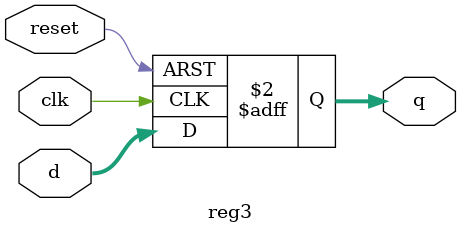
<source format=sv>
`default_nettype none
module reg3(
    input logic [2:0] d,
    input logic reset,
    input logic clk,
    output logic [2:0] q
    );
    always_ff @(posedge clk or posedge reset)
        if (reset)
            q <= 3'd0;
        else
            q <= d;
endmodule

</source>
